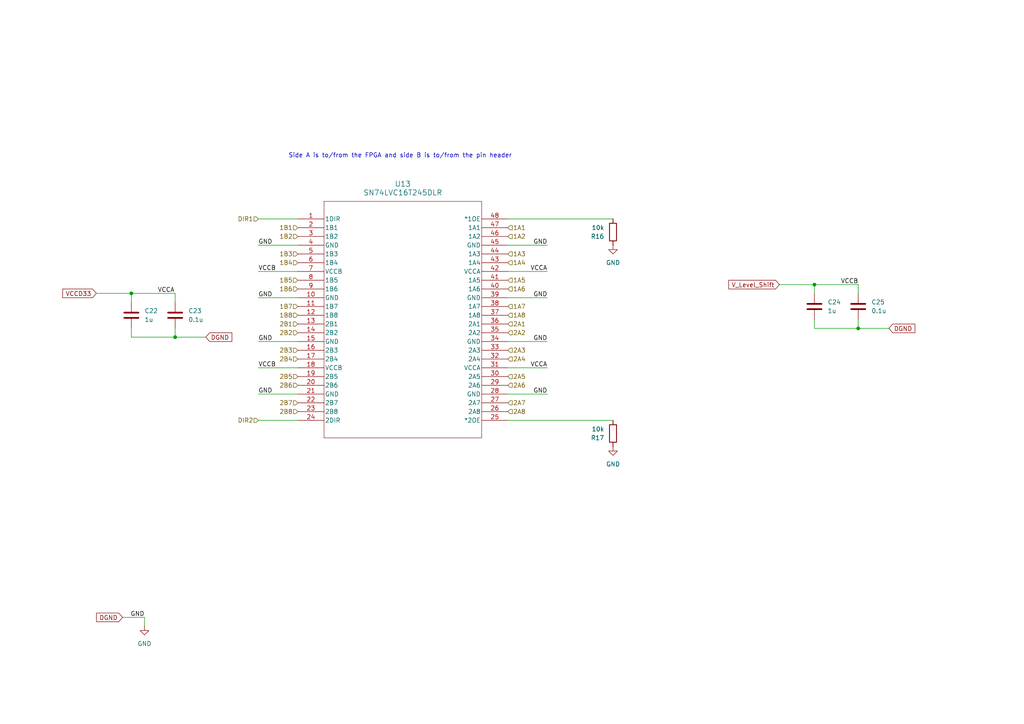
<source format=kicad_sch>
(kicad_sch (version 20231120) (generator "eeschema") (generator_version "8.0")
  (paper "A4")
  (lib_symbols
    (symbol "AVLSI:SN74LVC16T245DLR" (pin_names (offset 0.254))
      (property "Reference" "U" (at 30.48 10.16 0))
      (property "Value" "SN74LVC16T245DLR" (at 30.48 7.62 0))
      (symbol "SN74LVC16T245DLR_0_1"
        (polyline (pts (xy 7.62 -63.5) (xy 53.34 -63.5)) (stroke (width 0.127)))
        (polyline (pts (xy 7.62 5.08) (xy 7.62 -63.5)) (stroke (width 0.127)))
        (polyline (pts (xy 53.34 -63.5) (xy 53.34 5.08)) (stroke (width 0.127)))
        (polyline (pts (xy 53.34 5.08) (xy 7.62 5.08)) (stroke (width 0.127)))
        (pin input line (at 0 0 0) (length 7.62) (name "1DIR") (number "1"))
        (pin power_in line (at 0 -22.86 0) (length 7.62) (name "GND") (number "10"))
        (pin bidirectional line (at 0 -25.4 0) (length 7.62) (name "1B7") (number "11"))
        (pin bidirectional line (at 0 -27.94 0) (length 7.62) (name "1B8") (number "12"))
        (pin bidirectional line (at 0 -30.48 0) (length 7.62) (name "2B1") (number "13"))
        (pin bidirectional line (at 0 -33.02 0) (length 7.62) (name "2B2") (number "14"))
        (pin power_in line (at 0 -35.56 0) (length 7.62) (name "GND") (number "15"))
        (pin bidirectional line (at 0 -38.1 0) (length 7.62) (name "2B3") (number "16"))
        (pin bidirectional line (at 0 -40.64 0) (length 7.62) (name "2B4") (number "17"))
        (pin power_in line (at 0 -43.18 0) (length 7.62) (name "VCCB") (number "18"))
        (pin bidirectional line (at 0 -45.72 0) (length 7.62) (name "2B5") (number "19"))
        (pin bidirectional line (at 0 -2.54 0) (length 7.62) (name "1B1") (number "2"))
        (pin bidirectional line (at 0 -48.26 0) (length 7.62) (name "2B6") (number "20"))
        (pin power_in line (at 0 -50.8 0) (length 7.62) (name "GND") (number "21"))
        (pin bidirectional line (at 0 -53.34 0) (length 7.62) (name "2B7") (number "22"))
        (pin bidirectional line (at 0 -55.88 0) (length 7.62) (name "2B8") (number "23"))
        (pin input line (at 0 -58.42 0) (length 7.62) (name "2DIR") (number "24"))
        (pin input line (at 60.96 -58.42 180) (length 7.62) (name "*2OE") (number "25"))
        (pin bidirectional line (at 60.96 -55.88 180) (length 7.62) (name "2A8") (number "26"))
        (pin bidirectional line (at 60.96 -53.34 180) (length 7.62) (name "2A7") (number "27"))
        (pin power_in line (at 60.96 -50.8 180) (length 7.62) (name "GND") (number "28"))
        (pin bidirectional line (at 60.96 -48.26 180) (length 7.62) (name "2A6") (number "29"))
        (pin bidirectional line (at 0 -5.08 0) (length 7.62) (name "1B2") (number "3"))
        (pin bidirectional line (at 60.96 -45.72 180) (length 7.62) (name "2A5") (number "30"))
        (pin power_in line (at 60.96 -43.18 180) (length 7.62) (name "VCCA") (number "31"))
        (pin bidirectional line (at 60.96 -40.64 180) (length 7.62) (name "2A4") (number "32"))
        (pin bidirectional line (at 60.96 -38.1 180) (length 7.62) (name "2A3") (number "33"))
        (pin power_in line (at 60.96 -35.56 180) (length 7.62) (name "GND") (number "34"))
        (pin bidirectional line (at 60.96 -33.02 180) (length 7.62) (name "2A2") (number "35"))
        (pin bidirectional line (at 60.96 -30.48 180) (length 7.62) (name "2A1") (number "36"))
        (pin bidirectional line (at 60.96 -27.94 180) (length 7.62) (name "1A8") (number "37"))
        (pin bidirectional line (at 60.96 -25.4 180) (length 7.62) (name "1A7") (number "38"))
        (pin power_in line (at 60.96 -22.86 180) (length 7.62) (name "GND") (number "39"))
        (pin power_in line (at 0 -7.62 0) (length 7.62) (name "GND") (number "4"))
        (pin bidirectional line (at 60.96 -20.32 180) (length 7.62) (name "1A6") (number "40"))
        (pin bidirectional line (at 60.96 -17.78 180) (length 7.62) (name "1A5") (number "41"))
        (pin power_in line (at 60.96 -15.24 180) (length 7.62) (name "VCCA") (number "42"))
        (pin bidirectional line (at 60.96 -12.7 180) (length 7.62) (name "1A4") (number "43"))
        (pin bidirectional line (at 60.96 -10.16 180) (length 7.62) (name "1A3") (number "44"))
        (pin power_in line (at 60.96 -7.62 180) (length 7.62) (name "GND") (number "45"))
        (pin bidirectional line (at 60.96 -5.08 180) (length 7.62) (name "1A2") (number "46"))
        (pin bidirectional line (at 60.96 -2.54 180) (length 7.62) (name "1A1") (number "47"))
        (pin input line (at 60.96 0 180) (length 7.62) (name "*1OE") (number "48"))
        (pin bidirectional line (at 0 -10.16 0) (length 7.62) (name "1B3") (number "5"))
        (pin bidirectional line (at 0 -12.7 0) (length 7.62) (name "1B4") (number "6"))
        (pin power_in line (at 0 -15.24 0) (length 7.62) (name "VCCB") (number "7"))
        (pin bidirectional line (at 0 -17.78 0) (length 7.62) (name "1B5") (number "8"))
        (pin bidirectional line (at 0 -20.32 0) (length 7.62) (name "1B6") (number "9"))
      )
    )
    (symbol "Device:C" (pin_numbers hide) (pin_names (offset 0.254))
      (property "Reference" "C" (at 0.635 2.54 0))
      (property "Value" "C" (at 0.635 -2.54 0))
      (symbol "C_0_1"
        (polyline (pts (xy -2.032 -0.762) (xy 2.032 -0.762)) (stroke (width 0.508)))
        (polyline (pts (xy -2.032 0.762) (xy 2.032 0.762)) (stroke (width 0.508)))
      )
      (symbol "C_1_1"
        (pin passive line (at 0 3.81 270) (length 2.794) (name "~") (number "1"))
        (pin passive line (at 0 -3.81 90) (length 2.794) (name "~") (number "2"))
      )
    )
    (symbol "Device:R" (pin_numbers hide) (pin_names (offset 0))
      (property "Reference" "R" (at 2.032 0 90))
      (property "Value" "R" (at 0 0 90))
      (symbol "R_0_1"
        (rectangle (start -1.016 -2.54) (end 1.016 2.54) (stroke (width 0.254)))
      )
      (symbol "R_1_1"
        (pin passive line (at 0 3.81 270) (length 1.27) (name "~") (number "1"))
        (pin passive line (at 0 -3.81 90) (length 1.27) (name "~") (number "2"))
      )
    )
    (symbol "power:GND" (power) (pin_numbers hide) (pin_names (offset 0) hide)
      (property "Value" "GND" (at 0 -3.81 0))
      (symbol "GND_0_1"
        (polyline (pts (xy 0 0) (xy 0 -1.27) (xy 1.27 -1.27) (xy 0 -2.54) (xy -1.27 -1.27) (xy 0 -1.27)))
      )
      (symbol "GND_1_1"
        (pin power_in line (at 0 0 270) (length 0) (name "~") (number "1"))
      )
    )
  )
  (junction (at 50.8 97.79))
  (junction (at 236.22 82.55))
  (junction (at 248.92 95.25))
  (junction (at 38.1 85.09))
  (wire (pts (xy 38.1 85.09) (xy 50.8 85.09)))
  (wire (pts (xy 41.91 179.07) (xy 41.91 181.61)))
  (wire (pts (xy 236.22 82.55) (xy 236.22 85.09)))
  (wire (pts (xy 147.32 78.74) (xy 158.75 78.74)))
  (wire (pts (xy 74.93 78.74) (xy 86.36 78.74)))
  (wire (pts (xy 74.93 63.5) (xy 86.36 63.5)))
  (wire (pts (xy 147.32 86.36) (xy 158.75 86.36)))
  (wire (pts (xy 50.8 85.09) (xy 50.8 87.63)))
  (wire (pts (xy 147.32 106.68) (xy 158.75 106.68)))
  (wire (pts (xy 38.1 85.09) (xy 38.1 87.63)))
  (wire (pts (xy 50.8 95.25) (xy 50.8 97.79)))
  (wire (pts (xy 27.94 85.09) (xy 38.1 85.09)))
  (wire (pts (xy 74.93 99.06) (xy 86.36 99.06)))
  (wire (pts (xy 50.8 97.79) (xy 59.69 97.79)))
  (wire (pts (xy 74.93 71.12) (xy 86.36 71.12)))
  (wire (pts (xy 147.32 63.5) (xy 177.8 63.5)))
  (wire (pts (xy 147.32 71.12) (xy 158.75 71.12)))
  (wire (pts (xy 248.92 92.71) (xy 248.92 95.25)))
  (wire (pts (xy 74.93 114.3) (xy 86.36 114.3)))
  (wire (pts (xy 236.22 82.55) (xy 248.92 82.55)))
  (wire (pts (xy 38.1 97.79) (xy 50.8 97.79)))
  (wire (pts (xy 147.32 121.92) (xy 177.8 121.92)))
  (wire (pts (xy 236.22 92.71) (xy 236.22 95.25)))
  (wire (pts (xy 74.93 121.92) (xy 86.36 121.92)))
  (wire (pts (xy 74.93 106.68) (xy 86.36 106.68)))
  (wire (pts (xy 226.06 82.55) (xy 236.22 82.55)))
  (wire (pts (xy 35.56 179.07) (xy 41.91 179.07)))
  (wire (pts (xy 38.1 95.25) (xy 38.1 97.79)))
  (wire (pts (xy 74.93 86.36) (xy 86.36 86.36)))
  (wire (pts (xy 248.92 95.25) (xy 257.81 95.25)))
  (wire (pts (xy 236.22 95.25) (xy 248.92 95.25)))
  (wire (pts (xy 248.92 82.55) (xy 248.92 85.09)))
  (wire (pts (xy 147.32 99.06) (xy 158.75 99.06)))
  (wire (pts (xy 147.32 114.3) (xy 158.75 114.3)))
  (text "Side A is to/from the FPGA and side B is to/from the pin header" (at 116.078 45.212 0) (effects (font (size 1.27 1.27))))
  (label "GND" (at 158.75 99.06 180))
  (label "GND" (at 158.75 71.12 180))
  (label "GND" (at 74.93 114.3 0))
  (label "VCCB" (at 74.93 106.68 0))
  (label "GND" (at 74.93 71.12 0))
  (label "VCCB" (at 74.93 78.74 0))
  (label "GND" (at 158.75 86.36 180))
  (label "GND" (at 41.91 179.07 180))
  (label "VCCB" (at 243.84 82.55 0))
  (label "GND" (at 74.93 86.36 0))
  (label "GND" (at 74.93 99.06 0))
  (label "VCCA" (at 158.75 78.74 180))
  (label "GND" (at 158.75 114.3 180))
  (label "VCCA" (at 158.75 106.68 180))
  (label "VCCA" (at 45.72 85.09 0))
  (global_label "VCCD33" (shape input) (at 27.94 85.09 180) (property "Intersheetrefs" "${INTERSHEET_REFS}" (effects (hide yes))))
  (global_label "DGND" (shape input) (at 35.56 179.07 180) (property "Intersheetrefs" "${INTERSHEET_REFS}" (effects (hide yes))))
  (global_label "DGND" (shape input) (at 257.81 95.25 0) (property "Intersheetrefs" "${INTERSHEET_REFS}" (effects (hide yes))))
  (global_label "DGND" (shape input) (at 59.69 97.79 0) (property "Intersheetrefs" "${INTERSHEET_REFS}" (effects (hide yes))))
  (global_label "V_Level_Shift" (shape input) (at 226.06 82.55 180) (property "Intersheetrefs" "${INTERSHEET_REFS}" (effects (hide yes))))
  (hierarchical_label "2B2" (shape input) (at 86.36 96.52 180))
  (hierarchical_label "1A6" (shape input) (at 147.32 83.82 0))
  (hierarchical_label "1A5" (shape input) (at 147.32 81.28 0))
  (hierarchical_label "2B7" (shape input) (at 86.36 116.84 180))
  (hierarchical_label "2B1" (shape input) (at 86.36 93.98 180))
  (hierarchical_label "2A1" (shape input) (at 147.32 93.98 0))
  (hierarchical_label "1B1" (shape input) (at 86.36 66.04 180))
  (hierarchical_label "1A8" (shape input) (at 147.32 91.44 0))
  (hierarchical_label "1A4" (shape input) (at 147.32 76.2 0))
  (hierarchical_label "2B6" (shape input) (at 86.36 111.76 180))
  (hierarchical_label "1B8" (shape input) (at 86.36 91.44 180))
  (hierarchical_label "2B4" (shape input) (at 86.36 104.14 180))
  (hierarchical_label "1B7" (shape input) (at 86.36 88.9 180))
  (hierarchical_label "2A2" (shape input) (at 147.32 96.52 0))
  (hierarchical_label "1B3" (shape input) (at 86.36 73.66 180))
  (hierarchical_label "2B5" (shape input) (at 86.36 109.22 180))
  (hierarchical_label "1A1" (shape input) (at 147.32 66.04 0))
  (hierarchical_label "1B6" (shape input) (at 86.36 83.82 180))
  (hierarchical_label "1A3" (shape input) (at 147.32 73.66 0))
  (hierarchical_label "2A8" (shape input) (at 147.32 119.38 0))
  (hierarchical_label "1B4" (shape input) (at 86.36 76.2 180))
  (hierarchical_label "2B8" (shape input) (at 86.36 119.38 180))
  (hierarchical_label "1B5" (shape input) (at 86.36 81.28 180))
  (hierarchical_label "1A7" (shape input) (at 147.32 88.9 0))
  (hierarchical_label "DIR1" (shape input) (at 74.93 63.5 180))
  (hierarchical_label "2A3" (shape input) (at 147.32 101.6 0))
  (hierarchical_label "1A2" (shape input) (at 147.32 68.58 0))
  (hierarchical_label "2A5" (shape input) (at 147.32 109.22 0))
  (hierarchical_label "2B3" (shape input) (at 86.36 101.6 180))
  (hierarchical_label "2A4" (shape input) (at 147.32 104.14 0))
  (hierarchical_label "2A6" (shape input) (at 147.32 111.76 0))
  (hierarchical_label "1B2" (shape input) (at 86.36 68.58 180))
  (hierarchical_label "2A7" (shape input) (at 147.32 116.84 0))
  (hierarchical_label "DIR2" (shape input) (at 74.93 121.92 180))
  (symbol (lib_id "power:GND") (at 177.8 71.12 0) (unit 1)
    (property "Reference" "#PWR2" (effects (hide yes)))
    (property "Value" "GND" (at 177.8 76.2 0))
    (property "Description" "Power symbol creates a global label with name \"GND\" , ground" (effects (hide yes)))
    (instances (project "power_board" (path "" (reference "#PWR2") (unit 1)) (path "" (reference "#PWR17") (unit 1)) (path "" (reference "#PWR14") (unit 1)) (path "" (reference "#PWR8") (unit 1)) (path "" (reference "#PWR5") (unit 1)) (path "" (reference "#PWR11") (unit 1))))
  )
  (symbol (lib_id "Device:C") (at 248.92 88.9 0) (unit 1)
    (property "Reference" "C25" (at 252.73 87.6299 0) (effects (justify left)))
    (property "Value" "0.1u" (at 252.73 90.1699 0) (effects (justify left)))
    (property "Footprint" "Capacitor_SMD:C_0805_2012Metric" (effects (hide yes)))
    (property "Description" "Unpolarized capacitor" (effects (hide yes)))
    (instances (project "power_board" (path "" (reference "C25") (unit 1)) (path "" (reference "C45") (unit 1)) (path "" (reference "C41") (unit 1)) (path "" (reference "C33") (unit 1)) (path "" (reference "C29") (unit 1)) (path "" (reference "C37") (unit 1))))
  )
  (symbol (lib_id "Device:C") (at 38.1 91.44 0) (unit 1)
    (property "Reference" "C22" (at 41.91 90.1699 0) (effects (justify left)))
    (property "Value" "1u" (at 41.91 92.7099 0) (effects (justify left)))
    (property "Footprint" "Capacitor_SMD:C_0805_2012Metric" (effects (hide yes)))
    (property "Description" "Unpolarized capacitor" (effects (hide yes)))
    (instances (project "power_board" (path "" (reference "C22") (unit 1)) (path "" (reference "C42") (unit 1)) (path "" (reference "C38") (unit 1)) (path "" (reference "C30") (unit 1)) (path "" (reference "C26") (unit 1)) (path "" (reference "C34") (unit 1))))
  )
  (symbol (lib_id "AVLSI:SN74LVC16T245DLR") (at 86.36 63.5 0) (unit 1)
    (property "Reference" "U13" (at 116.84 53.34 0) (effects (font (size 1.524 1.524))))
    (property "Value" "SN74LVC16T245DLR" (at 116.84 55.88 0) (effects (font (size 1.524 1.524))))
    (property "Footprint" "avlsi:DL48" (effects (hide yes)))
    (property "Datasheet" "SN74LVC16T245DLR" (effects (hide yes)))
    (instances (project "power_board" (path "" (reference "U13") (unit 1)) (path "" (reference "U18") (unit 1)) (path "" (reference "U17") (unit 1)) (path "" (reference "U15") (unit 1)) (path "" (reference "U14") (unit 1)) (path "" (reference "U16") (unit 1))))
  )
  (symbol (lib_id "Device:C") (at 50.8 91.44 0) (unit 1)
    (property "Reference" "C23" (at 54.61 90.1699 0) (effects (justify left)))
    (property "Value" "0.1u" (at 54.61 92.7099 0) (effects (justify left)))
    (property "Footprint" "Capacitor_SMD:C_0805_2012Metric" (effects (hide yes)))
    (property "Description" "Unpolarized capacitor" (effects (hide yes)))
    (instances (project "power_board" (path "" (reference "C23") (unit 1)) (path "" (reference "C43") (unit 1)) (path "" (reference "C39") (unit 1)) (path "" (reference "C31") (unit 1)) (path "" (reference "C27") (unit 1)) (path "" (reference "C35") (unit 1))))
  )
  (symbol (lib_id "Device:C") (at 236.22 88.9 0) (unit 1)
    (property "Reference" "C24" (at 240.03 87.6299 0) (effects (justify left)))
    (property "Value" "1u" (at 240.03 90.1699 0) (effects (justify left)))
    (property "Footprint" "Capacitor_SMD:C_0805_2012Metric" (effects (hide yes)))
    (property "Description" "Unpolarized capacitor" (effects (hide yes)))
    (instances (project "power_board" (path "" (reference "C24") (unit 1)) (path "" (reference "C44") (unit 1)) (path "" (reference "C40") (unit 1)) (path "" (reference "C32") (unit 1)) (path "" (reference "C28") (unit 1)) (path "" (reference "C36") (unit 1))))
  )
  (symbol (lib_id "Device:R") (at 177.8 125.73 180) (unit 1)
    (property "Reference" "R17" (at 175.26 127.0001 0) (effects (justify left)))
    (property "Value" "10k" (at 175.26 124.4601 0) (effects (justify left)))
    (property "Footprint" "Resistor_SMD:R_0805_2012Metric" (effects (hide yes)))
    (property "Description" "Resistor" (effects (hide yes)))
    (instances (project "power_board" (path "" (reference "R17") (unit 1)) (path "" (reference "R27") (unit 1)) (path "" (reference "R25") (unit 1)) (path "" (reference "R21") (unit 1)) (path "" (reference "R19") (unit 1)) (path "" (reference "R23") (unit 1))))
  )
  (symbol (lib_id "Device:R") (at 177.8 67.31 180) (unit 1)
    (property "Reference" "R16" (at 175.26 68.5801 0) (effects (justify left)))
    (property "Value" "10k" (at 175.26 66.0401 0) (effects (justify left)))
    (property "Footprint" "Resistor_SMD:R_0805_2012Metric" (effects (hide yes)))
    (property "Description" "Resistor" (effects (hide yes)))
    (instances (project "power_board" (path "" (reference "R16") (unit 1)) (path "" (reference "R26") (unit 1)) (path "" (reference "R24") (unit 1)) (path "" (reference "R20") (unit 1)) (path "" (reference "R18") (unit 1)) (path "" (reference "R22") (unit 1))))
  )
  (symbol (lib_id "power:GND") (at 177.8 129.54 0) (unit 1)
    (property "Reference" "#PWR3" (effects (hide yes)))
    (property "Value" "GND" (at 177.8 134.62 0))
    (property "Description" "Power symbol creates a global label with name \"GND\" , ground" (effects (hide yes)))
    (instances (project "power_board" (path "" (reference "#PWR3") (unit 1)) (path "" (reference "#PWR18") (unit 1)) (path "" (reference "#PWR15") (unit 1)) (path "" (reference "#PWR9") (unit 1)) (path "" (reference "#PWR6") (unit 1)) (path "" (reference "#PWR12") (unit 1))))
  )
  (symbol (lib_id "power:GND") (at 41.91 181.61 0) (unit 1)
    (property "Reference" "#PWR1" (effects (hide yes)))
    (property "Value" "GND" (at 41.91 186.69 0))
    (property "Description" "Power symbol creates a global label with name \"GND\" , ground" (effects (hide yes)))
    (instances (project "power_board" (path "" (reference "#PWR1") (unit 1)) (path "" (reference "#PWR16") (unit 1)) (path "" (reference "#PWR13") (unit 1)) (path "" (reference "#PWR7") (unit 1)) (path "" (reference "#PWR4") (unit 1)) (path "" (reference "#PWR10") (unit 1))))
  )
)
</source>
